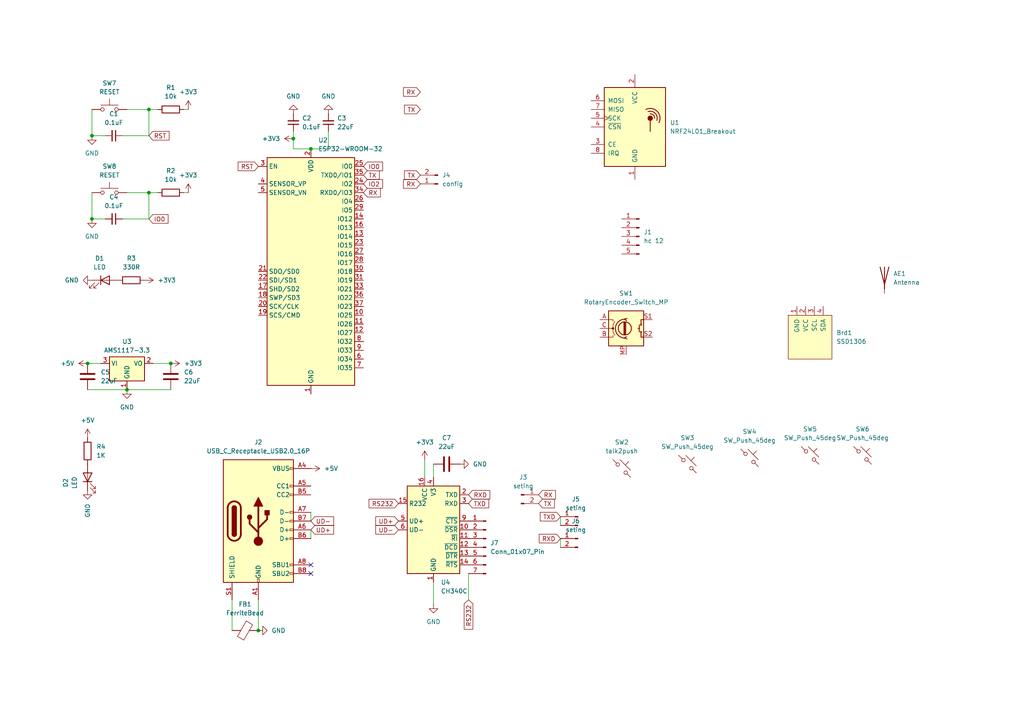
<source format=kicad_sch>
(kicad_sch (version 20250114) (generator "eeschema") (generator_version "9.0")
  (paper "A4")
  (lib_symbols
    (symbol "Connector:Conn_01x02_Pin" (pin_names (offset 1.016) (hide yes))
      (property "Reference" "J" (at 0 2.54 0))
      (property "Value" "Conn_01x02_Pin" (at 0 -5.08 0))
      (symbol "Conn_01x02_Pin_1_1"
        (rectangle (start 0.8636 0.127) (end 0 -0.127) (stroke (width 0.1524)) (fill (type outline)))
        (rectangle (start 0.8636 -2.413) (end 0 -2.667) (stroke (width 0.1524)) (fill (type outline)))
        (polyline (pts (xy 1.27 0) (xy 0.8636 0)) (stroke (width 0.1524)))
        (polyline (pts (xy 1.27 -2.54) (xy 0.8636 -2.54)) (stroke (width 0.1524)))
        (pin passive line (at 5.08 0 180) (length 3.81) (name "Pin_1") (number "1"))
        (pin passive line (at 5.08 -2.54 180) (length 3.81) (name "Pin_2") (number "2"))
      )
    )
    (symbol "Connector:Conn_01x05_Pin" (pin_names (offset 1.016) (hide yes))
      (property "Reference" "J" (at 0 7.62 0))
      (property "Value" "Conn_01x05_Pin" (at 0 -7.62 0))
      (symbol "Conn_01x05_Pin_1_1"
        (rectangle (start 0.8636 5.207) (end 0 4.953) (stroke (width 0.1524)) (fill (type outline)))
        (rectangle (start 0.8636 2.667) (end 0 2.413) (stroke (width 0.1524)) (fill (type outline)))
        (rectangle (start 0.8636 0.127) (end 0 -0.127) (stroke (width 0.1524)) (fill (type outline)))
        (rectangle (start 0.8636 -2.413) (end 0 -2.667) (stroke (width 0.1524)) (fill (type outline)))
        (rectangle (start 0.8636 -4.953) (end 0 -5.207) (stroke (width 0.1524)) (fill (type outline)))
        (polyline (pts (xy 1.27 5.08) (xy 0.8636 5.08)) (stroke (width 0.1524)))
        (polyline (pts (xy 1.27 2.54) (xy 0.8636 2.54)) (stroke (width 0.1524)))
        (polyline (pts (xy 1.27 0) (xy 0.8636 0)) (stroke (width 0.1524)))
        (polyline (pts (xy 1.27 -2.54) (xy 0.8636 -2.54)) (stroke (width 0.1524)))
        (polyline (pts (xy 1.27 -5.08) (xy 0.8636 -5.08)) (stroke (width 0.1524)))
        (pin passive line (at 5.08 5.08 180) (length 3.81) (name "Pin_1") (number "1"))
        (pin passive line (at 5.08 2.54 180) (length 3.81) (name "Pin_2") (number "2"))
        (pin passive line (at 5.08 0 180) (length 3.81) (name "Pin_3") (number "3"))
        (pin passive line (at 5.08 -2.54 180) (length 3.81) (name "Pin_4") (number "4"))
        (pin passive line (at 5.08 -5.08 180) (length 3.81) (name "Pin_5") (number "5"))
      )
    )
    (symbol "Connector:Conn_01x07_Pin" (pin_names (offset 1.016) (hide yes))
      (property "Reference" "J" (at 0 10.16 0))
      (property "Value" "Conn_01x07_Pin" (at 0 -10.16 0))
      (symbol "Conn_01x07_Pin_1_1"
        (rectangle (start 0.8636 7.747) (end 0 7.493) (stroke (width 0.1524)) (fill (type outline)))
        (rectangle (start 0.8636 5.207) (end 0 4.953) (stroke (width 0.1524)) (fill (type outline)))
        (rectangle (start 0.8636 2.667) (end 0 2.413) (stroke (width 0.1524)) (fill (type outline)))
        (rectangle (start 0.8636 0.127) (end 0 -0.127) (stroke (width 0.1524)) (fill (type outline)))
        (rectangle (start 0.8636 -2.413) (end 0 -2.667) (stroke (width 0.1524)) (fill (type outline)))
        (rectangle (start 0.8636 -4.953) (end 0 -5.207) (stroke (width 0.1524)) (fill (type outline)))
        (rectangle (start 0.8636 -7.493) (end 0 -7.747) (stroke (width 0.1524)) (fill (type outline)))
        (polyline (pts (xy 1.27 7.62) (xy 0.8636 7.62)) (stroke (width 0.1524)))
        (polyline (pts (xy 1.27 5.08) (xy 0.8636 5.08)) (stroke (width 0.1524)))
        (polyline (pts (xy 1.27 2.54) (xy 0.8636 2.54)) (stroke (width 0.1524)))
        (polyline (pts (xy 1.27 0) (xy 0.8636 0)) (stroke (width 0.1524)))
        (polyline (pts (xy 1.27 -2.54) (xy 0.8636 -2.54)) (stroke (width 0.1524)))
        (polyline (pts (xy 1.27 -5.08) (xy 0.8636 -5.08)) (stroke (width 0.1524)))
        (polyline (pts (xy 1.27 -7.62) (xy 0.8636 -7.62)) (stroke (width 0.1524)))
        (pin passive line (at 5.08 7.62 180) (length 3.81) (name "Pin_1") (number "1"))
        (pin passive line (at 5.08 5.08 180) (length 3.81) (name "Pin_2") (number "2"))
        (pin passive line (at 5.08 2.54 180) (length 3.81) (name "Pin_3") (number "3"))
        (pin passive line (at 5.08 0 180) (length 3.81) (name "Pin_4") (number "4"))
        (pin passive line (at 5.08 -2.54 180) (length 3.81) (name "Pin_5") (number "5"))
        (pin passive line (at 5.08 -5.08 180) (length 3.81) (name "Pin_6") (number "6"))
        (pin passive line (at 5.08 -7.62 180) (length 3.81) (name "Pin_7") (number "7"))
      )
    )
    (symbol "Connector:USB_C_Receptacle_USB2.0_16P" (pin_names (offset 1.016))
      (property "Reference" "J" (at 0 22.225 0))
      (property "Value" "USB_C_Receptacle_USB2.0_16P" (at 0 19.685 0))
      (symbol "USB_C_Receptacle_USB2.0_16P_0_0"
        (rectangle (start -0.254 -17.78) (end 0.254 -16.764))
        (rectangle (start 10.16 15.494) (end 9.144 14.986))
        (rectangle (start 10.16 10.414) (end 9.144 9.906))
        (rectangle (start 10.16 7.874) (end 9.144 7.366))
        (rectangle (start 10.16 2.794) (end 9.144 2.286))
        (rectangle (start 10.16 0.254) (end 9.144 -0.254))
        (rectangle (start 10.16 -2.286) (end 9.144 -2.794))
        (rectangle (start 10.16 -4.826) (end 9.144 -5.334))
        (rectangle (start 10.16 -12.446) (end 9.144 -12.954))
        (rectangle (start 10.16 -14.986) (end 9.144 -15.494))
      )
      (symbol "USB_C_Receptacle_USB2.0_16P_0_1"
        (rectangle (start -10.16 17.78) (end 10.16 -17.78) (stroke (width 0.254)) (fill (type background)))
        (polyline (pts (xy -8.89 -3.81) (xy -8.89 3.81)) (stroke (width 0.508)))
        (rectangle (start -7.62 -3.81) (end -6.35 3.81) (stroke (width 0.254)) (fill (type outline)))
        (arc (start -7.62 3.81) (mid -6.985 4.4423) (end -6.35 3.81) (stroke (width 0.254)))
        (arc (start -7.62 3.81) (mid -6.985 4.4423) (end -6.35 3.81) (stroke (width 0.254)) (fill (type outline)))
        (arc (start -8.89 3.81) (mid -6.985 5.7067) (end -5.08 3.81) (stroke (width 0.508)))
        (arc (start -5.08 -3.81) (mid -6.985 -5.7067) (end -8.89 -3.81) (stroke (width 0.508)))
        (arc (start -6.35 -3.81) (mid -6.985 -4.4423) (end -7.62 -3.81) (stroke (width 0.254)))
        (arc (start -6.35 -3.81) (mid -6.985 -4.4423) (end -7.62 -3.81) (stroke (width 0.254)) (fill (type outline)))
        (polyline (pts (xy -5.08 3.81) (xy -5.08 -3.81)) (stroke (width 0.508)))
        (circle (center -2.54 1.143) (radius 0.635) (stroke (width 0.254)) (fill (type outline)))
        (polyline (pts (xy -1.27 4.318) (xy 0 6.858) (xy 1.27 4.318) (xy -1.27 4.318)) (stroke (width 0.254)) (fill (type outline)))
        (polyline (pts (xy 0 -2.032) (xy 2.54 0.508) (xy 2.54 1.778)) (stroke (width 0.508)))
        (polyline (pts (xy 0 -3.302) (xy -2.54 -0.762) (xy -2.54 0.508)) (stroke (width 0.508)))
        (polyline (pts (xy 0 -5.842) (xy 0 4.318)) (stroke (width 0.508)))
        (circle (center 0 -5.842) (radius 1.27) (fill (type outline)))
        (rectangle (start 1.905 1.778) (end 3.175 3.048) (stroke (width 0.254)) (fill (type outline)))
      )
      (symbol "USB_C_Receptacle_USB2.0_16P_1_1"
        (pin passive line (at -7.62 -22.86 90) (length 5.08) (name "SHIELD") (number "S1"))
        (pin passive line (at 0 -22.86 90) (length 5.08) (name "GND") (number "A1"))
        (pin passive line (at 0 -22.86 90) (length 5.08) (hide yes) (name "GND") (number "A12"))
        (pin passive line (at 0 -22.86 90) (length 5.08) (hide yes) (name "GND") (number "B1"))
        (pin passive line (at 0 -22.86 90) (length 5.08) (hide yes) (name "GND") (number "B12"))
        (pin passive line (at 15.24 15.24 180) (length 5.08) (name "VBUS") (number "A4"))
        (pin passive line (at 15.24 15.24 180) (length 5.08) (hide yes) (name "VBUS") (number "A9"))
        (pin passive line (at 15.24 15.24 180) (length 5.08) (hide yes) (name "VBUS") (number "B4"))
        (pin passive line (at 15.24 15.24 180) (length 5.08) (hide yes) (name "VBUS") (number "B9"))
        (pin bidirectional line (at 15.24 10.16 180) (length 5.08) (name "CC1") (number "A5"))
        (pin bidirectional line (at 15.24 7.62 180) (length 5.08) (name "CC2") (number "B5"))
        (pin bidirectional line (at 15.24 2.54 180) (length 5.08) (name "D-") (number "A7"))
        (pin bidirectional line (at 15.24 0 180) (length 5.08) (name "D-") (number "B7"))
        (pin bidirectional line (at 15.24 -2.54 180) (length 5.08) (name "D+") (number "A6"))
        (pin bidirectional line (at 15.24 -5.08 180) (length 5.08) (name "D+") (number "B6"))
        (pin bidirectional line (at 15.24 -12.7 180) (length 5.08) (name "SBU1") (number "A8"))
        (pin bidirectional line (at 15.24 -15.24 180) (length 5.08) (name "SBU2") (number "B8"))
      )
    )
    (symbol "Device:Antenna" (pin_numbers (hide yes)) (pin_names (offset 1.016) (hide yes))
      (property "Reference" "AE" (at -1.905 1.905 0))
      (property "Value" "Antenna" (at -1.905 0 0))
      (symbol "Antenna_0_1"
        (polyline (pts (xy 0 2.54) (xy 0 -3.81)) (stroke (width 0.254)))
        (polyline (pts (xy 1.27 2.54) (xy 0 -2.54) (xy -1.27 2.54)) (stroke (width 0.254)))
      )
      (symbol "Antenna_1_1"
        (pin input line (at 0 -5.08 90) (length 2.54) (name "A") (number "1"))
      )
    )
    (symbol "Device:C" (pin_numbers (hide yes)) (pin_names (offset 0.254))
      (property "Reference" "C" (at 0.635 2.54 0))
      (property "Value" "C" (at 0.635 -2.54 0))
      (symbol "C_0_1"
        (polyline (pts (xy -2.032 0.762) (xy 2.032 0.762)) (stroke (width 0.508)))
        (polyline (pts (xy -2.032 -0.762) (xy 2.032 -0.762)) (stroke (width 0.508)))
      )
      (symbol "C_1_1"
        (pin passive line (at 0 3.81 270) (length 2.794) (name "~") (number "1"))
        (pin passive line (at 0 -3.81 90) (length 2.794) (name "~") (number "2"))
      )
    )
    (symbol "Device:C_Small" (pin_numbers (hide yes)) (pin_names (offset 0.254) (hide yes))
      (property "Reference" "C" (at 0.254 1.778 0))
      (property "Value" "C_Small" (at 0.254 -2.032 0))
      (symbol "C_Small_0_1"
        (polyline (pts (xy -1.524 0.508) (xy 1.524 0.508)) (stroke (width 0.3048)))
        (polyline (pts (xy -1.524 -0.508) (xy 1.524 -0.508)) (stroke (width 0.3302)))
      )
      (symbol "C_Small_1_1"
        (pin passive line (at 0 2.54 270) (length 2.032) (name "~") (number "1"))
        (pin passive line (at 0 -2.54 90) (length 2.032) (name "~") (number "2"))
      )
    )
    (symbol "Device:FerriteBead" (pin_numbers (hide yes)) (pin_names (offset 0))
      (property "Reference" "FB" (at -3.81 0.635 90))
      (property "Value" "FerriteBead" (at 3.81 0 90))
      (symbol "FerriteBead_0_1"
        (polyline (pts (xy -2.7686 0.4064) (xy -1.7018 2.2606) (xy 2.7686 -0.3048) (xy 1.6764 -2.159) (xy -2.7686 0.4064)))
        (polyline (pts (xy 0 1.27) (xy 0 1.2954)))
        (polyline (pts (xy 0 -1.27) (xy 0 -1.2192)))
      )
      (symbol "FerriteBead_1_1"
        (pin passive line (at 0 3.81 270) (length 2.54) (name "~") (number "1"))
        (pin passive line (at 0 -3.81 90) (length 2.54) (name "~") (number "2"))
      )
    )
    (symbol "Device:LED" (pin_numbers (hide yes)) (pin_names (offset 1.016) (hide yes))
      (property "Reference" "D" (at 0 2.54 0))
      (property "Value" "LED" (at 0 -2.54 0))
      (symbol "LED_0_1"
        (polyline (pts (xy -3.048 -0.762) (xy -4.572 -2.286) (xy -3.81 -2.286) (xy -4.572 -2.286) (xy -4.572 -1.524)))
        (polyline (pts (xy -1.778 -0.762) (xy -3.302 -2.286) (xy -2.54 -2.286) (xy -3.302 -2.286) (xy -3.302 -1.524)))
        (polyline (pts (xy -1.27 0) (xy 1.27 0)))
        (polyline (pts (xy -1.27 -1.27) (xy -1.27 1.27)) (stroke (width 0.254)))
        (polyline (pts (xy 1.27 -1.27) (xy 1.27 1.27) (xy -1.27 0) (xy 1.27 -1.27)) (stroke (width 0.254)))
      )
      (symbol "LED_1_1"
        (pin passive line (at -3.81 0 0) (length 2.54) (name "K") (number "1"))
        (pin passive line (at 3.81 0 180) (length 2.54) (name "A") (number "2"))
      )
    )
    (symbol "Device:R" (pin_numbers (hide yes)) (pin_names (offset 0))
      (property "Reference" "R" (at 2.032 0 90))
      (property "Value" "R" (at 0 0 90))
      (symbol "R_0_1"
        (rectangle (start -1.016 -2.54) (end 1.016 2.54) (stroke (width 0.254)))
      )
      (symbol "R_1_1"
        (pin passive line (at 0 3.81 270) (length 1.27) (name "~") (number "1"))
        (pin passive line (at 0 -3.81 90) (length 1.27) (name "~") (number "2"))
      )
    )
    (symbol "Device:RotaryEncoder_Switch_MP" (pin_names (offset 0.254) (hide yes))
      (property "Reference" "SW" (at 0 8.89 0))
      (property "Value" "RotaryEncoder_Switch_MP" (at 0 6.35 0))
      (symbol "RotaryEncoder_Switch_MP_0_1"
        (rectangle (start -5.08 5.08) (end 5.08 -5.08) (stroke (width 0.254)) (fill (type background)))
        (polyline (pts (xy -5.08 2.54) (xy -3.81 2.54) (xy -3.81 2.032)))
        (polyline (pts (xy -5.08 0) (xy -3.81 0) (xy -3.81 -1.016) (xy -3.302 -2.032)))
        (polyline (pts (xy -5.08 -2.54) (xy -3.81 -2.54) (xy -3.81 -2.032)))
        (polyline (pts (xy -4.318 0) (xy -3.81 0) (xy -3.81 1.016) (xy -3.302 2.032)))
        (circle (center -3.81 0) (radius 0.254) (fill (type outline)))
        (polyline (pts (xy -0.635 -1.778) (xy -0.635 1.778)) (stroke (width 0.254)))
        (circle (center -0.381 0) (radius 1.905) (stroke (width 0.254)))
        (polyline (pts (xy -0.381 -1.778) (xy -0.381 1.778)) (stroke (width 0.254)))
        (arc (start -0.381 -2.794) (mid -3.0988 -0.0635) (end -0.381 2.667) (stroke (width 0.254)))
        (polyline (pts (xy -0.127 1.778) (xy -0.127 -1.778)) (stroke (width 0.254)))
        (polyline (pts (xy 0.254 2.921) (xy -0.508 2.667) (xy 0.127 2.286)) (stroke (width 0.254)))
        (polyline (pts (xy 0.254 -3.048) (xy -0.508 -2.794) (xy 0.127 -2.413)) (stroke (width 0.254)))
        (polyline (pts (xy 3.81 1.016) (xy 3.81 -1.016)) (stroke (width 0.254)))
        (polyline (pts (xy 3.81 0) (xy 3.429 0)) (stroke (width 0.254)))
        (circle (center 4.318 1.016) (radius 0.127) (stroke (width 0.254)))
        (circle (center 4.318 -1.016) (radius 0.127) (stroke (width 0.254)))
        (polyline (pts (xy 5.08 2.54) (xy 4.318 2.54) (xy 4.318 1.016)) (stroke (width 0.254)))
        (polyline (pts (xy 5.08 -2.54) (xy 4.318 -2.54) (xy 4.318 -1.016)) (stroke (width 0.254)))
      )
      (symbol "RotaryEncoder_Switch_MP_1_1"
        (pin passive line (at -7.62 2.54 0) (length 2.54) (name "A") (number "A"))
        (pin passive line (at -7.62 0 0) (length 2.54) (name "C") (number "C"))
        (pin passive line (at -7.62 -2.54 0) (length 2.54) (name "B") (number "B"))
        (pin passive line (at 0 -7.62 90) (length 2.54) (name "MP") (number "MP"))
        (pin passive line (at 7.62 2.54 180) (length 2.54) (name "S1") (number "S1"))
        (pin passive line (at 7.62 -2.54 180) (length 2.54) (name "S2") (number "S2"))
      )
    )
    (symbol "Interface_USB:CH340C"
      (property "Reference" "U" (at -5.08 13.97 0))
      (property "Value" "CH340C" (at 1.27 13.97 0))
      (symbol "CH340C_0_1"
        (rectangle (start -7.62 12.7) (end 7.62 -12.7) (stroke (width 0.254)) (fill (type background)))
      )
      (symbol "CH340C_1_1"
        (pin input line (at -10.16 7.62 0) (length 2.54) (name "R232") (number "15"))
        (pin bidirectional line (at -10.16 2.54 0) (length 2.54) (name "UD+") (number "5"))
        (pin bidirectional line (at -10.16 0 0) (length 2.54) (name "UD-") (number "6"))
        (pin no_connect line (at -7.62 -5.08 0) (length 2.54) (hide yes) (name "NC") (number "7"))
        (pin no_connect line (at -7.62 -7.62 0) (length 2.54) (hide yes) (name "NC") (number "8"))
        (pin power_in line (at -2.54 15.24 270) (length 2.54) (name "VCC") (number "16"))
        (pin power_out line (at 0 15.24 270) (length 2.54) (name "V3") (number "4"))
        (pin power_in line (at 0 -15.24 90) (length 2.54) (name "GND") (number "1"))
        (pin output line (at 10.16 10.16 180) (length 2.54) (name "TXD") (number "2"))
        (pin input line (at 10.16 7.62 180) (length 2.54) (name "RXD") (number "3"))
        (pin input line (at 10.16 2.54 180) (length 2.54) (name "~{CTS}") (number "9"))
        (pin input line (at 10.16 0 180) (length 2.54) (name "~{DSR}") (number "10"))
        (pin input line (at 10.16 -2.54 180) (length 2.54) (name "~{RI}") (number "11"))
        (pin input line (at 10.16 -5.08 180) (length 2.54) (name "~{DCD}") (number "12"))
        (pin output line (at 10.16 -7.62 180) (length 2.54) (name "~{DTR}") (number "13"))
        (pin output line (at 10.16 -10.16 180) (length 2.54) (name "~{RTS}") (number "14"))
      )
    )
    (symbol "RF:NRF24L01_Breakout" (pin_names (offset 1.016))
      (property "Reference" "U" (at -8.89 12.7 0))
      (property "Value" "NRF24L01_Breakout" (at 3.81 12.7 0))
      (symbol "NRF24L01_Breakout_0_1"
        (rectangle (start -8.89 11.43) (end 8.89 -11.43) (stroke (width 0.254)) (fill (type background)))
        (arc (start 3.175 5.08) (mid 6.453 4.548) (end 6.985 1.27) (stroke (width 0.254)))
        (circle (center 4.445 2.54) (radius 0.635) (stroke (width 0.254)) (fill (type outline)))
        (polyline (pts (xy 4.445 1.905) (xy 4.445 -1.27)) (stroke (width 0.254)))
        (arc (start 3.81 4.445) (mid 5.8835 3.9785) (end 6.35 1.905) (stroke (width 0.254)))
        (arc (start 4.445 3.81) (mid 5.3558 3.4508) (end 5.715 2.54) (stroke (width 0.254)))
      )
      (symbol "NRF24L01_Breakout_1_1"
        (pin input line (at -12.7 7.62 0) (length 3.81) (name "MOSI") (number "6"))
        (pin output line (at -12.7 5.08 0) (length 3.81) (name "MISO") (number "7"))
        (pin input clock (at -12.7 2.54 0) (length 3.81) (name "SCK") (number "5"))
        (pin input line (at -12.7 0 0) (length 3.81) (name "~{CSN}") (number "4"))
        (pin input line (at -12.7 -5.08 0) (length 3.81) (name "CE") (number "3"))
        (pin output line (at -12.7 -7.62 0) (length 3.81) (name "IRQ") (number "8"))
        (pin power_in line (at 0 15.24 270) (length 3.81) (name "VCC") (number "2"))
        (pin power_in line (at 0 -15.24 90) (length 3.81) (name "GND") (number "1"))
      )
    )
    (symbol "RF_Module:ESP32-WROOM-32"
      (property "Reference" "U" (at -12.7 34.29 0))
      (property "Value" "ESP32-WROOM-32" (at 1.27 34.29 0))
      (symbol "ESP32-WROOM-32_0_1"
        (rectangle (start -12.7 33.02) (end 12.7 -33.02) (stroke (width 0.254)) (fill (type background)))
      )
      (symbol "ESP32-WROOM-32_1_1"
        (pin input line (at -15.24 30.48 0) (length 2.54) (name "EN") (number "3"))
        (pin input line (at -15.24 25.4 0) (length 2.54) (name "SENSOR_VP") (number "4"))
        (pin input line (at -15.24 22.86 0) (length 2.54) (name "SENSOR_VN") (number "5"))
        (pin bidirectional line (at -15.24 0 0) (length 2.54) (name "SDO/SD0") (number "21"))
        (pin bidirectional line (at -15.24 -2.54 0) (length 2.54) (name "SDI/SD1") (number "22"))
        (pin bidirectional line (at -15.24 -5.08 0) (length 2.54) (name "SHD/SD2") (number "17"))
        (pin bidirectional line (at -15.24 -7.62 0) (length 2.54) (name "SWP/SD3") (number "18"))
        (pin bidirectional line (at -15.24 -10.16 0) (length 2.54) (name "SCK/CLK") (number "20"))
        (pin bidirectional line (at -15.24 -12.7 0) (length 2.54) (name "SCS/CMD") (number "19"))
        (pin no_connect line (at -12.7 -27.94 0) (length 2.54) (hide yes) (name "NC") (number "32"))
        (pin power_in line (at 0 35.56 270) (length 2.54) (name "VDD") (number "2"))
        (pin power_in line (at 0 -35.56 90) (length 2.54) (name "GND") (number "1"))
        (pin passive line (at 0 -35.56 90) (length 2.54) (hide yes) (name "GND") (number "15"))
        (pin passive line (at 0 -35.56 90) (length 2.54) (hide yes) (name "GND") (number "38"))
        (pin passive line (at 0 -35.56 90) (length 2.54) (hide yes) (name "GND") (number "39"))
        (pin bidirectional line (at 15.24 30.48 180) (length 2.54) (name "IO0") (number "25"))
        (pin bidirectional line (at 15.24 27.94 180) (length 2.54) (name "TXD0/IO1") (number "35"))
        (pin bidirectional line (at 15.24 25.4 180) (length 2.54) (name "IO2") (number "24"))
        (pin bidirectional line (at 15.24 22.86 180) (length 2.54) (name "RXD0/IO3") (number "34"))
        (pin bidirectional line (at 15.24 20.32 180) (length 2.54) (name "IO4") (number "26"))
        (pin bidirectional line (at 15.24 17.78 180) (length 2.54) (name "IO5") (number "29"))
        (pin bidirectional line (at 15.24 15.24 180) (length 2.54) (name "IO12") (number "14"))
        (pin bidirectional line (at 15.24 12.7 180) (length 2.54) (name "IO13") (number "16"))
        (pin bidirectional line (at 15.24 10.16 180) (length 2.54) (name "IO14") (number "13"))
        (pin bidirectional line (at 15.24 7.62 180) (length 2.54) (name "IO15") (number "23"))
        (pin bidirectional line (at 15.24 5.08 180) (length 2.54) (name "IO16") (number "27"))
        (pin bidirectional line (at 15.24 2.54 180) (length 2.54) (name "IO17") (number "28"))
        (pin bidirectional line (at 15.24 0 180) (length 2.54) (name "IO18") (number "30"))
        (pin bidirectional line (at 15.24 -2.54 180) (length 2.54) (name "IO19") (number "31"))
        (pin bidirectional line (at 15.24 -5.08 180) (length 2.54) (name "IO21") (number "33"))
        (pin bidirectional line (at 15.24 -7.62 180) (length 2.54) (name "IO22") (number "36"))
        (pin bidirectional line (at 15.24 -10.16 180) (length 2.54) (name "IO23") (number "37"))
        (pin bidirectional line (at 15.24 -12.7 180) (length 2.54) (name "IO25") (number "10"))
        (pin bidirectional line (at 15.24 -15.24 180) (length 2.54) (name "IO26") (number "11"))
        (pin bidirectional line (at 15.24 -17.78 180) (length 2.54) (name "IO27") (number "12"))
        (pin bidirectional line (at 15.24 -20.32 180) (length 2.54) (name "IO32") (number "8"))
        (pin bidirectional line (at 15.24 -22.86 180) (length 2.54) (name "IO33") (number "9"))
        (pin input line (at 15.24 -25.4 180) (length 2.54) (name "IO34") (number "6"))
        (pin input line (at 15.24 -27.94 180) (length 2.54) (name "IO35") (number "7"))
      )
    )
    (symbol "Regulator_Linear:AMS1117-3.3"
      (property "Reference" "U" (at -3.81 3.175 0))
      (property "Value" "AMS1117-3.3" (at 0 3.175 0))
      (symbol "AMS1117-3.3_0_1"
        (rectangle (start -5.08 -5.08) (end 5.08 1.905) (stroke (width 0.254)) (fill (type background)))
      )
      (symbol "AMS1117-3.3_1_1"
        (pin power_in line (at -7.62 0 0) (length 2.54) (name "VI") (number "3"))
        (pin power_in line (at 0 -7.62 90) (length 2.54) (name "GND") (number "1"))
        (pin power_out line (at 7.62 0 180) (length 2.54) (name "VO") (number "2"))
      )
    )
    (symbol "SSD1306-128x64_OLED:SSD1306" (pin_names (offset 1.016))
      (property "Reference" "Brd" (at 0 -3.81 0))
      (property "Value" "SSD1306" (at 0 -1.27 0))
      (symbol "SSD1306_0_1"
        (rectangle (start -6.35 6.35) (end 6.35 -6.35) (fill (type background)))
      )
      (symbol "SSD1306_1_1"
        (pin input line (at -3.81 8.89 270) (length 2.54) (name "GND") (number "1"))
        (pin input line (at -1.27 8.89 270) (length 2.54) (name "VCC") (number "2"))
        (pin input line (at 1.27 8.89 270) (length 2.54) (name "SCL") (number "3"))
        (pin input line (at 3.81 8.89 270) (length 2.54) (name "SDA") (number "4"))
      )
    )
    (symbol "Switch:SW_Push" (pin_numbers (hide yes)) (pin_names (offset 1.016) (hide yes))
      (property "Reference" "SW" (at 1.27 2.54 0))
      (property "Value" "SW_Push" (at 0 -1.524 0))
      (symbol "SW_Push_0_1"
        (circle (center -2.032 0) (radius 0.508))
        (polyline (pts (xy 0 1.27) (xy 0 3.048)))
        (circle (center 2.032 0) (radius 0.508))
        (polyline (pts (xy 2.54 1.27) (xy -2.54 1.27)))
        (pin passive line (at -5.08 0 0) (length 2.54) (name "1") (number "1"))
        (pin passive line (at 5.08 0 180) (length 2.54) (name "2") (number "2"))
      )
    )
    (symbol "Switch:SW_Push_45deg" (pin_numbers (hide yes)) (pin_names (offset 1.016) (hide yes))
      (property "Reference" "SW" (at 3.048 1.016 0))
      (property "Value" "SW_Push_45deg" (at 0 -3.81 0))
      (symbol "SW_Push_45deg_0_1"
        (polyline (pts (xy -2.54 2.54) (xy -1.524 1.524) (xy -1.524 1.524)))
        (circle (center -1.1684 1.1684) (radius 0.508))
        (polyline (pts (xy -0.508 2.54) (xy 2.54 -0.508)))
        (polyline (pts (xy 1.016 1.016) (xy 2.032 2.032)))
        (circle (center 1.143 -1.1938) (radius 0.508))
        (polyline (pts (xy 1.524 -1.524) (xy 2.54 -2.54) (xy 2.54 -2.54) (xy 2.54 -2.54)))
        (pin passive line (at -2.54 2.54 0) (length 0) (name "1") (number "1"))
        (pin passive line (at 2.54 -2.54 180) (length 0) (name "2") (number "2"))
      )
    )
    (symbol "power:+3V3" (power) (pin_numbers (hide yes)) (pin_names (offset 0) (hide yes))
      (property "Value" "+3V3" (at 0 3.556 0))
      (symbol "+3V3_0_1"
        (polyline (pts (xy -0.762 1.27) (xy 0 2.54)))
        (polyline (pts (xy 0 2.54) (xy 0.762 1.27)))
        (polyline (pts (xy 0 0) (xy 0 2.54)))
      )
      (symbol "+3V3_1_1"
        (pin power_in line (at 0 0 90) (length 0) (name "~") (number "1"))
      )
    )
    (symbol "power:+5V" (power) (pin_numbers (hide yes)) (pin_names (offset 0) (hide yes))
      (property "Value" "+5V" (at 0 3.556 0))
      (symbol "+5V_0_1"
        (polyline (pts (xy -0.762 1.27) (xy 0 2.54)))
        (polyline (pts (xy 0 2.54) (xy 0.762 1.27)))
        (polyline (pts (xy 0 0) (xy 0 2.54)))
      )
      (symbol "+5V_1_1"
        (pin power_in line (at 0 0 90) (length 0) (name "~") (number "1"))
      )
    )
    (symbol "power:GND" (power) (pin_numbers (hide yes)) (pin_names (offset 0) (hide yes))
      (property "Value" "GND" (at 0 -3.81 0))
      (symbol "GND_0_1"
        (polyline (pts (xy 0 0) (xy 0 -1.27) (xy 1.27 -1.27) (xy 0 -2.54) (xy -1.27 -1.27) (xy 0 -1.27)))
      )
      (symbol "GND_1_1"
        (pin power_in line (at 0 0 270) (length 0) (name "~") (number "1"))
      )
    )
  )
  (junction (at 43.18 31.75))
  (junction (at 25.4 105.41))
  (junction (at 90.17 43.18))
  (junction (at 26.67 63.5))
  (junction (at 85.09 40.2095))
  (junction (at 36.83 113.03))
  (junction (at 26.67 39.37))
  (junction (at 43.18 55.88))
  (junction (at 74.93 182.88))
  (junction (at 49.53 105.41))
  (no_connect (at 90.17 163.83))
  (no_connect (at 90.17 166.37))
  (wire (pts (xy 125.73 175.26) (xy 125.73 168.91)))
  (wire (pts (xy 26.67 31.75) (xy 26.67 39.37)))
  (wire (pts (xy 74.93 173.99) (xy 74.93 182.88)))
  (wire (pts (xy 26.67 39.37) (xy 30.48 39.37)))
  (wire (pts (xy 36.83 55.88) (xy 43.18 55.88)))
  (wire (pts (xy 43.18 31.75) (xy 45.72 31.75)))
  (wire (pts (xy 25.4 113.03) (xy 36.83 113.03)))
  (wire (pts (xy 67.31 173.99) (xy 67.31 182.88)))
  (wire (pts (xy 43.18 31.75) (xy 43.18 39.37)))
  (wire (pts (xy 162.56 149.86) (xy 162.56 152.4)))
  (wire (pts (xy 25.4 105.41) (xy 29.21 105.41)))
  (wire (pts (xy 36.83 31.75) (xy 43.18 31.75)))
  (wire (pts (xy 35.56 63.5) (xy 43.18 63.5)))
  (wire (pts (xy 135.89 173.99) (xy 135.89 166.37)))
  (wire (pts (xy 162.56 156.21) (xy 162.56 158.75)))
  (wire (pts (xy 90.17 148.59) (xy 90.17 151.13)))
  (wire (pts (xy 43.18 55.88) (xy 45.72 55.88)))
  (wire (pts (xy 123.19 133.35) (xy 123.19 138.43)))
  (wire (pts (xy 44.45 105.41) (xy 49.53 105.41)))
  (wire (pts (xy 36.83 113.03) (xy 49.53 113.03)))
  (wire (pts (xy 26.67 55.88) (xy 26.67 63.5)))
  (wire (pts (xy 43.18 55.88) (xy 43.18 63.5)))
  (wire (pts (xy 85.09 43.18) (xy 90.17 43.18)))
  (wire (pts (xy 35.56 39.37) (xy 43.18 39.37)))
  (wire (pts (xy 54.61 55.88) (xy 53.34 55.88)))
  (wire (pts (xy 85.09 38.1) (xy 85.09 40.2095)))
  (wire (pts (xy 90.17 153.67) (xy 90.17 156.21)))
  (wire (pts (xy 125.73 134.62) (xy 125.73 138.43)))
  (wire (pts (xy 54.61 31.75) (xy 53.34 31.75)))
  (wire (pts (xy 26.67 63.5) (xy 30.48 63.5)))
  (wire (pts (xy 95.25 38.1) (xy 95.25 43.18)))
  (wire (pts (xy 95.25 43.18) (xy 90.17 43.18)))
  (wire (pts (xy 85.09 40.2095) (xy 85.09 43.18)))
  (global_label "RXD" (shape input) (at 135.89 143.51 0) (property "Intersheetrefs" "${INTERSHEET_REFS}" (effects (hide yes))))
  (global_label "IO0" (shape input) (at 105.41 48.26 0) (property "Intersheetrefs" "${INTERSHEET_REFS}" (effects (hide yes))))
  (global_label "UD-" (shape input) (at 90.17 151.13 0) (property "Intersheetrefs" "${INTERSHEET_REFS}" (effects (hide yes))))
  (global_label "TX" (shape input) (at 121.92 31.75 180) (property "Intersheetrefs" "${INTERSHEET_REFS}" (effects (hide yes))))
  (global_label "RS232" (shape input) (at 135.89 173.99 270) (property "Intersheetrefs" "${INTERSHEET_REFS}" (effects (hide yes))))
  (global_label "TX" (shape input) (at 156.21 146.05 0) (property "Intersheetrefs" "${INTERSHEET_REFS}" (effects (hide yes))))
  (global_label "RS232" (shape input) (at 115.57 146.05 180) (property "Intersheetrefs" "${INTERSHEET_REFS}" (effects (hide yes))))
  (global_label "UD+" (shape input) (at 115.57 151.13 180) (property "Intersheetrefs" "${INTERSHEET_REFS}" (effects (hide yes))))
  (global_label "RX" (shape input) (at 121.92 26.67 180) (property "Intersheetrefs" "${INTERSHEET_REFS}" (effects (hide yes))))
  (global_label "RST" (shape input) (at 74.93 48.26 180) (property "Intersheetrefs" "${INTERSHEET_REFS}" (effects (hide yes))))
  (global_label "IO0" (shape input) (at 43.18 63.5 0) (property "Intersheetrefs" "${INTERSHEET_REFS}" (effects (hide yes))))
  (global_label "RX" (shape input) (at 156.21 143.51 0) (property "Intersheetrefs" "${INTERSHEET_REFS}" (effects (hide yes))))
  (global_label "UD-" (shape input) (at 115.57 153.67 180) (property "Intersheetrefs" "${INTERSHEET_REFS}" (effects (hide yes))))
  (global_label "TX" (shape input) (at 105.41 50.8 0) (property "Intersheetrefs" "${INTERSHEET_REFS}" (effects (hide yes))))
  (global_label "RST" (shape input) (at 43.18 39.37 0) (property "Intersheetrefs" "${INTERSHEET_REFS}" (effects (hide yes))))
  (global_label "TXD" (shape input) (at 135.89 146.05 0) (property "Intersheetrefs" "${INTERSHEET_REFS}" (effects (hide yes))))
  (global_label "TXD" (shape input) (at 162.56 149.86 180) (property "Intersheetrefs" "${INTERSHEET_REFS}" (effects (hide yes))))
  (global_label "RX" (shape input) (at 121.92 53.34 180) (property "Intersheetrefs" "${INTERSHEET_REFS}" (effects (hide yes))))
  (global_label "UD+" (shape input) (at 90.17 153.67 0) (property "Intersheetrefs" "${INTERSHEET_REFS}" (effects (hide yes))))
  (global_label "TX" (shape input) (at 121.92 50.8 180) (property "Intersheetrefs" "${INTERSHEET_REFS}" (effects (hide yes))))
  (global_label "RX" (shape input) (at 105.41 55.88 0) (property "Intersheetrefs" "${INTERSHEET_REFS}" (effects (hide yes))))
  (global_label "IO2" (shape input) (at 105.41 53.34 0) (property "Intersheetrefs" "${INTERSHEET_REFS}" (effects (hide yes))))
  (global_label "RXD" (shape input) (at 162.56 156.21 180) (property "Intersheetrefs" "${INTERSHEET_REFS}" (effects (hide yes))))
  (symbol (lib_id "power:+3V3") (at 41.91 81.28 270) (unit 1)
    (property "Reference" "#PWR09" (effects (hide yes)))
    (property "Value" "+3V3" (at 45.72 81.2799 90) (effects (justify left)))
    (property "Description" "Power symbol creates a global label with name \"+3V3\"" (effects (hide yes)))
  )
  (symbol (lib_id "power:+3V3") (at 54.61 31.75 0) (unit 1)
    (property "Reference" "#PWR01" (effects (hide yes)))
    (property "Value" "+3V3" (at 54.61 26.67 0))
    (property "Description" "Power symbol creates a global label with name \"+3V3\"" (effects (hide yes)))
  )
  (symbol (lib_id "Device:C_Small") (at 33.02 63.5 270) (unit 1)
    (property "Reference" "C4" (at 33.0136 57.15 90))
    (property "Value" "0.1uF" (at 33.0136 59.69 90))
    (property "Description" "Unpolarized capacitor, small symbol" (effects (hide yes)))
  )
  (symbol (lib_id "power:GND") (at 95.25 33.02 180) (unit 1)
    (property "Reference" "#PWR05" (effects (hide yes)))
    (property "Value" "GND" (at 95.25 27.94 0))
    (property "Description" "Power symbol creates a global label with name \"GND\" , ground" (effects (hide yes)))
  )
  (symbol (lib_id "Device:R") (at 49.53 31.75 90) (unit 1)
    (property "Reference" "R1" (at 49.53 25.4 90))
    (property "Value" "10k" (at 49.53 27.94 90))
    (property "Description" "Resistor" (effects (hide yes)))
  )
  (symbol (lib_id "Connector:Conn_01x02_Pin") (at 151.13 143.51 0) (unit 1)
    (property "Reference" "J3" (at 151.765 138.43 0))
    (property "Value" "seting" (at 151.765 140.97 0))
    (property "Description" "Generic connector, single row, 01x02, script generated" (effects (hide yes)))
  )
  (symbol (lib_id "Connector:Conn_01x02_Pin") (at 167.64 149.86 0) (mirror y) (unit 1)
    (property "Reference" "J5" (at 167.005 144.78 0))
    (property "Value" "seting" (at 167.005 147.32 0))
    (property "Description" "Generic connector, single row, 01x02, script generated" (effects (hide yes)))
  )
  (symbol (lib_id "Connector:Conn_01x02_Pin") (at 167.64 156.21 0) (mirror y) (unit 1)
    (property "Reference" "J6" (at 167.005 151.13 0))
    (property "Value" "seting" (at 167.005 153.67 0))
    (property "Description" "Generic connector, single row, 01x02, script generated" (effects (hide yes)))
  )
  (symbol (lib_id "Device:R") (at 49.53 55.88 90) (unit 1)
    (property "Reference" "R2" (at 49.53 49.53 90))
    (property "Value" "10k" (at 49.53 52.07 90))
    (property "Description" "Resistor" (effects (hide yes)))
  )
  (symbol (lib_id "Switch:SW_Push_45deg") (at 199.39 134.62 0) (unit 1)
    (property "Reference" "SW3" (at 199.39 127 0))
    (property "Value" "SW_Push_45deg" (at 199.39 129.54 0))
    (property "Description" "Push button switch, normally open, two pins, 45° tilted" (effects (hide yes)))
  )
  (symbol (lib_id "RF_Module:ESP32-WROOM-32") (at 90.17 78.74 0) (unit 1)
    (property "Reference" "U2" (at 92.3133 40.64 0) (effects (justify left)))
    (property "Value" "ESP32-WROOM-32" (at 92.3133 43.18 0) (effects (justify left)))
    (property "Footprint" "RF_Module:ESP32-WROOM-32" (effects (hide yes)))
    (property "Datasheet" "https://www.espressif.com/sites/default/files/documentation/esp32-wroom-32_datasheet_en.pdf" (effects (hide yes)))
    (property "Description" "RF Module, ESP32-D0WDQ6 SoC, Wi-Fi 802.11b/g/n, Bluetooth, BLE, 32-bit, 2.7-3.6V, onboard antenna, SMD" (effects (hide yes)))
  )
  (symbol (lib_id "power:GND") (at 26.67 63.5 0) (unit 1)
    (property "Reference" "#PWR06" (effects (hide yes)))
    (property "Value" "GND" (at 26.67 68.58 0))
    (property "Description" "Power symbol creates a global label with name \"GND\" , ground" (effects (hide yes)))
  )
  (symbol (lib_id "Switch:SW_Push") (at 31.75 31.75 0) (unit 1)
    (property "Reference" "SW7" (at 31.75 24.13 0))
    (property "Value" "RESET" (at 31.75 26.67 0))
    (property "Description" "Push button switch, generic, two pins" (effects (hide yes)))
  )
  (symbol (lib_id "Switch:SW_Push_45deg") (at 250.19 132.08 0) (unit 1)
    (property "Reference" "SW6" (at 250.19 124.46 0))
    (property "Value" "SW_Push_45deg" (at 250.19 127 0))
    (property "Description" "Push button switch, normally open, two pins, 45° tilted" (effects (hide yes)))
  )
  (symbol (lib_id "Interface_USB:CH340C") (at 125.73 153.67 0) (unit 1)
    (property "Reference" "U4" (at 127.8733 168.91 0) (effects (justify left)))
    (property "Value" "CH340C" (at 127.8733 171.45 0) (effects (justify left)))
    (property "Footprint" "Package_SO:SOIC-16_3.9x9.9mm_P1.27mm" (effects (hide yes)))
    (property "Datasheet" "https://datasheet.lcsc.com/szlcsc/Jiangsu-Qin-Heng-CH340C_C84681.pdf" (effects (hide yes)))
    (property "Description" "USB serial converter, crystal-less, UART, SOIC-16" (effects (hide yes)))
  )
  (symbol (lib_id "power:+3V3") (at 54.61 55.88 0) (unit 1)
    (property "Reference" "#PWR07" (effects (hide yes)))
    (property "Value" "+3V3" (at 54.61 50.8 0))
    (property "Description" "Power symbol creates a global label with name \"+3V3\"" (effects (hide yes)))
  )
  (symbol (lib_id "Device:R") (at 38.1 81.28 90) (unit 1)
    (property "Reference" "R3" (at 38.1 74.93 90))
    (property "Value" "330R" (at 38.1 77.47 90))
    (property "Description" "Resistor" (effects (hide yes)))
  )
  (symbol (lib_id "Connector:Conn_01x07_Pin") (at 140.97 158.75 0) (mirror y) (unit 1)
    (property "Reference" "J7" (at 142.24 157.4799 0) (effects (justify right)))
    (property "Value" "Conn_01x07_Pin" (at 142.24 160.0199 0) (effects (justify right)))
    (property "Description" "Generic connector, single row, 01x07, script generated" (effects (hide yes)))
  )
  (symbol (lib_id "power:GND") (at 26.67 39.37 0) (unit 1)
    (property "Reference" "#PWR02" (effects (hide yes)))
    (property "Value" "GND" (at 26.67 44.45 0))
    (property "Description" "Power symbol creates a global label with name \"GND\" , ground" (effects (hide yes)))
  )
  (symbol (lib_id "Device:C") (at 25.4 109.22 0) (unit 1)
    (property "Reference" "C5" (at 29.21 107.9499 0) (effects (justify left)))
    (property "Value" "22uF" (at 29.21 110.4899 0) (effects (justify left)))
    (property "Description" "Unpolarized capacitor" (effects (hide yes)))
  )
  (symbol (lib_id "Device:R") (at 25.4 130.81 180) (unit 1)
    (property "Reference" "R4" (at 27.94 129.5399 0) (effects (justify right)))
    (property "Value" "1K" (at 27.94 132.0799 0) (effects (justify right)))
    (property "Description" "Resistor" (effects (hide yes)))
  )
  (symbol (lib_id "power:GND") (at 125.73 175.26 0) (unit 1)
    (property "Reference" "#PWR019" (effects (hide yes)))
    (property "Value" "GND" (at 125.73 180.34 0))
    (property "Description" "Power symbol creates a global label with name \"GND\" , ground" (effects (hide yes)))
  )
  (symbol (lib_id "Regulator_Linear:AMS1117-3.3") (at 36.83 105.41 0) (unit 1)
    (property "Reference" "U3" (at 36.83 99.06 0))
    (property "Value" "AMS1117-3.3" (at 36.83 101.6 0))
    (property "Footprint" "Package_TO_SOT_SMD:SOT-223-3_TabPin2" (effects (hide yes)))
    (property "Datasheet" "http://www.advanced-monolithic.com/pdf/ds1117.pdf" (effects (hide yes)))
    (property "Description" "1A Low Dropout regulator, positive, 3.3V fixed output, SOT-223" (effects (hide yes)))
  )
  (symbol (lib_id "Device:LED") (at 25.4 138.43 90) (unit 1)
    (property "Reference" "D2" (at 19.05 140.0175 0))
    (property "Value" "LED" (at 21.59 140.0175 0))
    (property "Description" "Light emitting diode" (effects (hide yes)))
    (property "Sim.Pins" "1=K 2=A" (effects (hide yes)))
  )
  (symbol (lib_id "power:GND") (at 36.83 113.03 0) (unit 1)
    (property "Reference" "#PWR014" (effects (hide yes)))
    (property "Value" "GND" (at 36.83 118.11 0))
    (property "Description" "Power symbol creates a global label with name \"GND\" , ground" (effects (hide yes)))
  )
  (symbol (lib_id "Device:C_Small") (at 85.09 35.56 180) (unit 1)
    (property "Reference" "C2" (at 87.63 34.2835 0) (effects (justify right)))
    (property "Value" "0.1uF" (at 87.63 36.8235 0) (effects (justify right)))
    (property "Description" "Unpolarized capacitor, small symbol" (effects (hide yes)))
  )
  (symbol (lib_id "Switch:SW_Push") (at 31.75 55.88 0) (unit 1)
    (property "Reference" "SW8" (at 31.75 48.26 0))
    (property "Value" "RESET" (at 31.75 50.8 0))
    (property "Description" "Push button switch, generic, two pins" (effects (hide yes)))
  )
  (symbol (lib_id "Device:LED") (at 30.48 81.28 0) (unit 1)
    (property "Reference" "D1" (at 28.8925 74.93 0))
    (property "Value" "LED" (at 28.8925 77.47 0))
    (property "Description" "Light emitting diode" (effects (hide yes)))
    (property "Sim.Pins" "1=K 2=A" (effects (hide yes)))
  )
  (symbol (lib_id "power:GND") (at 133.35 134.62 90) (unit 1)
    (property "Reference" "#PWR018" (effects (hide yes)))
    (property "Value" "GND" (at 137.16 134.6199 90) (effects (justify right)))
    (property "Description" "Power symbol creates a global label with name \"GND\" , ground" (effects (hide yes)))
  )
  (symbol (lib_id "power:+3V3") (at 49.53 105.41 270) (unit 1)
    (property "Reference" "#PWR013" (effects (hide yes)))
    (property "Value" "+3V3" (at 53.34 105.4099 90) (effects (justify left)))
    (property "Description" "Power symbol creates a global label with name \"+3V3\"" (effects (hide yes)))
  )
  (symbol (lib_id "power:GND") (at 26.67 81.28 270) (unit 1)
    (property "Reference" "#PWR08" (effects (hide yes)))
    (property "Value" "GND" (at 22.86 81.2799 90) (effects (justify right)))
    (property "Description" "Power symbol creates a global label with name \"GND\" , ground" (effects (hide yes)))
  )
  (symbol (lib_id "SSD1306-128x64_OLED:SSD1306") (at 234.95 97.79 0) (unit 1)
    (property "Reference" "Brd1" (at 242.57 96.5199 0) (effects (justify left)))
    (property "Value" "SSD1306" (at 242.57 99.0599 0) (effects (justify left)))
    (property "Description" "SSD1306 OLED" (effects (hide yes)))
  )
  (symbol (lib_id "Switch:SW_Push_45deg") (at 234.95 132.08 0) (unit 1)
    (property "Reference" "SW5" (at 234.95 124.46 0))
    (property "Value" "SW_Push_45deg" (at 234.95 127 0))
    (property "Description" "Push button switch, normally open, two pins, 45° tilted" (effects (hide yes)))
  )
  (symbol (lib_id "Connector:USB_C_Receptacle_USB2.0_16P") (at 74.93 151.13 0) (unit 1)
    (property "Reference" "J2" (at 74.93 128.27 0))
    (property "Value" "USB_C_Receptacle_USB2.0_16P" (at 74.93 130.81 0))
    (property "Footprint" "Connector_USB:USB_C_Receptacle_HRO_TYPE-C-31-M-12" (effects (hide yes)))
    (property "Datasheet" "https://www.usb.org/sites/default/files/documents/usb_type-c.zip" (effects (hide yes)))
    (property "Description" "USB 2.0-only 16P Type-C Receptacle connector" (effects (hide yes)))
  )
  (symbol (lib_id "power:GND") (at 74.93 182.88 90) (unit 1)
    (property "Reference" "#PWR016" (effects (hide yes)))
    (property "Value" "GND" (at 78.74 182.8799 90) (effects (justify right)))
    (property "Description" "Power symbol creates a global label with name \"GND\" , ground" (effects (hide yes)))
  )
  (symbol (lib_id "power:GND") (at 25.4 142.24 0) (unit 1)
    (property "Reference" "#PWR010" (effects (hide yes)))
    (property "Value" "GND" (at 25.3999 146.05 90) (effects (justify right)))
    (property "Description" "Power symbol creates a global label with name \"GND\" , ground" (effects (hide yes)))
  )
  (symbol (lib_id "Connector:Conn_01x05_Pin") (at 185.42 68.58 0) (mirror y) (unit 1)
    (property "Reference" "J1" (at 186.69 67.3099 0) (effects (justify right)))
    (property "Value" "hc 12" (at 186.69 69.8499 0) (effects (justify right)))
    (property "Footprint" "Connector_Hirose:Hirose_DF13-05P-1.25DSA_1x05_P1.25mm_Vertical" (effects (hide yes)))
    (property "Description" "Generic connector, single row, 01x05, script generated" (effects (hide yes)))
  )
  (symbol (lib_id "Device:C") (at 49.53 109.22 0) (unit 1)
    (property "Reference" "C6" (at 53.34 107.9499 0) (effects (justify left)))
    (property "Value" "22uF" (at 53.34 110.4899 0) (effects (justify left)))
    (property "Description" "Unpolarized capacitor" (effects (hide yes)))
  )
  (symbol (lib_id "power:+5V") (at 90.17 135.89 270) (unit 1)
    (property "Reference" "#PWR015" (effects (hide yes)))
    (property "Value" "+5V" (at 93.98 135.8899 90) (effects (justify left)))
    (property "Description" "Power symbol creates a global label with name \"+5V\"" (effects (hide yes)))
  )
  (symbol (lib_id "Switch:SW_Push_45deg") (at 217.4053 132.8081 0) (unit 1)
    (property "Reference" "SW4" (at 217.4053 125.1881 0))
    (property "Value" "SW_Push_45deg" (at 217.4053 127.7281 0))
    (property "Description" "Push button switch, normally open, two pins, 45° tilted" (effects (hide yes)))
  )
  (symbol (lib_id "Device:C") (at 129.54 134.62 270) (unit 1)
    (property "Reference" "C7" (at 129.54 127 90))
    (property "Value" "22uF" (at 129.54 129.54 90))
    (property "Description" "Unpolarized capacitor" (effects (hide yes)))
  )
  (symbol (lib_id "power:+5V") (at 25.4 105.41 90) (unit 1)
    (property "Reference" "#PWR011" (effects (hide yes)))
    (property "Value" "+5V" (at 21.59 105.4099 90) (effects (justify left)))
    (property "Description" "Power symbol creates a global label with name \"+5V\"" (effects (hide yes)))
  )
  (symbol (lib_id "Switch:SW_Push_45deg") (at 180.34 135.89 0) (unit 1)
    (property "Reference" "SW2" (at 180.34 128.27 0))
    (property "Value" "talk2push" (at 180.34 130.81 0))
    (property "Description" "Push button switch, normally open, two pins, 45° tilted" (effects (hide yes)))
  )
  (symbol (lib_id "RF:NRF24L01_Breakout") (at 184.15 36.83 0) (unit 1)
    (property "Reference" "U1" (at 194.31 35.5599 0) (effects (justify left)))
    (property "Value" "NRF24L01_Breakout" (at 194.31 38.0999 0) (effects (justify left)))
    (property "Footprint" "RF_Module:nRF24L01_Breakout" (effects (hide yes)))
    (property "Datasheet" "http://www.nordicsemi.com/eng/content/download/2730/34105/file/nRF24L01_Product_Specification_v2_0.pdf" (effects (hide yes)))
    (property "Description" "Ultra low power 2.4GHz RF Transceiver, Carrier PCB" (effects (hide yes)))
  )
  (symbol (lib_id "power:+3V3") (at 123.19 133.35 0) (unit 1)
    (property "Reference" "#PWR017" (effects (hide yes)))
    (property "Value" "+3V3" (at 123.19 128.27 0))
    (property "Description" "Power symbol creates a global label with name \"+3V3\"" (effects (hide yes)))
  )
  (symbol (lib_id "Device:Antenna") (at 256.54 80.01 0) (unit 1)
    (property "Reference" "AE1" (at 259.08 79.3749 0) (effects (justify left)))
    (property "Value" "Antenna" (at 259.08 81.9149 0) (effects (justify left)))
    (property "Description" "Antenna" (effects (hide yes)))
  )
  (symbol (lib_id "Device:FerriteBead") (at 71.12 182.88 90) (unit 1)
    (property "Reference" "FB1" (at 71.0692 175.26 90))
    (property "Value" "FerriteBead" (at 71.0692 177.8 90))
    (property "Footprint" "Inductor_SMD:L_1206_3216Metric_Pad1.42x1.75mm_HandSolder" (effects (hide yes)))
    (property "Description" "Ferrite bead" (effects (hide yes)))
  )
  (symbol (lib_id "power:+3V3") (at 85.09 40.2095 90) (unit 1)
    (property "Reference" "#PWR03" (effects (hide yes)))
    (property "Value" "+3V3" (at 81.28 40.2094 90) (effects (justify left)))
    (property "Description" "Power symbol creates a global label with name \"+3V3\"" (effects (hide yes)))
  )
  (symbol (lib_id "Device:RotaryEncoder_Switch_MP") (at 181.61 95.25 0) (unit 1)
    (property "Reference" "SW1" (at 181.61 85.09 0))
    (property "Value" "RotaryEncoder_Switch_MP" (at 181.61 87.63 0))
    (property "Footprint" "Rotary_Encoder:RotaryEncoder_Alps_EC11E-Switch_Vertical_H20mm_MountingHoles" (effects (hide yes)))
    (property "Description" "Rotary encoder, dual channel, incremental quadrate outputs, with switch and MP Pin" (effects (hide yes)))
  )
  (symbol (lib_id "Device:C_Small") (at 33.02 39.37 270) (unit 1)
    (property "Reference" "C1" (at 33.0136 33.02 90))
    (property "Value" "0.1uF" (at 33.0136 35.56 90))
    (property "Description" "Unpolarized capacitor, small symbol" (effects (hide yes)))
  )
  (symbol (lib_id "Device:C_Small") (at 95.25 35.56 180) (unit 1)
    (property "Reference" "C3" (at 97.79 34.2835 0) (effects (justify right)))
    (property "Value" "22uF" (at 97.79 36.8235 0) (effects (justify right)))
    (property "Description" "Unpolarized capacitor, small symbol" (effects (hide yes)))
  )
  (symbol (lib_id "Connector:Conn_01x02_Pin") (at 127 53.34 180) (unit 1)
    (property "Reference" "J4" (at 128.27 50.7999 0) (effects (justify right)))
    (property "Value" "config" (at 128.27 53.3399 0) (effects (justify right)))
    (property "Description" "Generic connector, single row, 01x02, script generated" (effects (hide yes)))
  )
  (symbol (lib_id "power:GND") (at 85.09 33.02 180) (unit 1)
    (property "Reference" "#PWR04" (effects (hide yes)))
    (property "Value" "GND" (at 85.09 27.94 0))
    (property "Description" "Power symbol creates a global label with name \"GND\" , ground" (effects (hide yes)))
  )
  (symbol (lib_id "power:+5V") (at 25.4 127 0) (unit 1)
    (property "Reference" "#PWR012" (effects (hide yes)))
    (property "Value" "+5V" (at 25.4 121.92 0))
    (property "Description" "Power symbol creates a global label with name \"+5V\"" (effects (hide yes)))
  )
)
</source>
